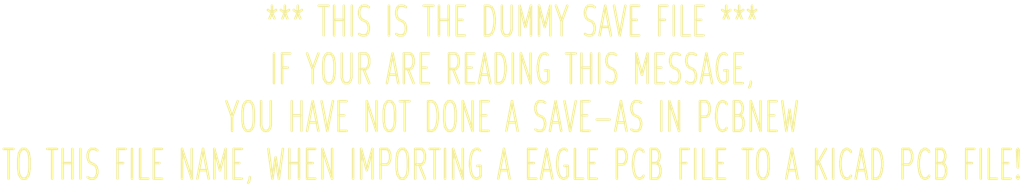
<source format=kicad_pcb>
(kicad_pcb (version 4) (host pcbnew "(2015-10-05 BZR 6247)-product")

  (general
    (links 0)
    (no_connects 0)
    (area 0 0 0 0)
    (thickness 1.6)
    (drawings 1)
    (tracks 0)
    (zones 0)
    (modules 0)
    (nets 1)
  )

  (page A4)
  (layers
    (0 F.Cu signal)
    (31 B.Cu signal)
    (32 B.Adhes user)
    (33 F.Adhes user)
    (34 B.Paste user)
    (35 F.Paste user)
    (36 B.SilkS user)
    (37 F.SilkS user)
    (38 B.Mask user)
    (39 F.Mask user)
    (40 Dwgs.User user)
    (41 Cmts.User user)
    (42 Eco1.User user)
    (43 Eco2.User user)
    (44 Edge.Cuts user)
    (45 Margin user)
    (46 B.CrtYd user)
    (47 F.CrtYd user)
    (48 B.Fab user)
    (49 F.Fab user)
  )

  (setup
    (last_trace_width 0.25)
    (trace_clearance 0.2)
    (zone_clearance 0.508)
    (zone_45_only no)
    (trace_min 0.2)
    (segment_width 0.2)
    (edge_width 0.15)
    (via_size 0.6)
    (via_drill 0.4)
    (via_min_size 0.4)
    (via_min_drill 0.3)
    (uvia_size 0.3)
    (uvia_drill 0.1)
    (uvias_allowed no)
    (uvia_min_size 0.2)
    (uvia_min_drill 0.1)
    (pcb_text_width 0.3)
    (pcb_text_size 1.5 1.5)
    (mod_edge_width 0.15)
    (mod_text_size 1 1)
    (mod_text_width 0.15)
    (pad_size 1.524 1.524)
    (pad_drill 0.762)
    (pad_to_mask_clearance 0.2)
    (aux_axis_origin 0 0)
    (visible_elements FFFFFF7F)
    (pcbplotparams
      (layerselection 0x00030_80000001)
      (usegerberextensions false)
      (excludeedgelayer true)
      (linewidth 0.100000)
      (plotframeref false)
      (viasonmask false)
      (mode 1)
      (useauxorigin false)
      (hpglpennumber 1)
      (hpglpenspeed 20)
      (hpglpendiameter 15)
      (hpglpenoverlay 2)
      (psnegative false)
      (psa4output false)
      (plotreference true)
      (plotvalue true)
      (plotinvisibletext false)
      (padsonsilk false)
      (subtractmaskfromsilk false)
      (outputformat 1)
      (mirror false)
      (drillshape 1)
      (scaleselection 1)
      (outputdirectory ""))
  )

  (net 0 "")

  (net_class Default "This is the default net class."
    (clearance 0.2)
    (trace_width 0.25)
    (via_dia 0.6)
    (via_drill 0.4)
    (uvia_dia 0.3)
    (uvia_drill 0.1)
  )

  (gr_text "*** THIS IS THE DUMMY SAVE FILE ***\nIF YOUR ARE READING THIS MESSAGE,\nYOU HAVE NOT DONE A SAVE-AS IN PCBNEW\nTO THIS FILE NAME, WHEN IMPORTING A EAGLE PCB FILE TO A KICAD PCB FILE!\n" (at 145.5166 92.7608) (layer F.SilkS)
    (effects (font (size 7 4) (thickness 0.6)))
  )

)

</source>
